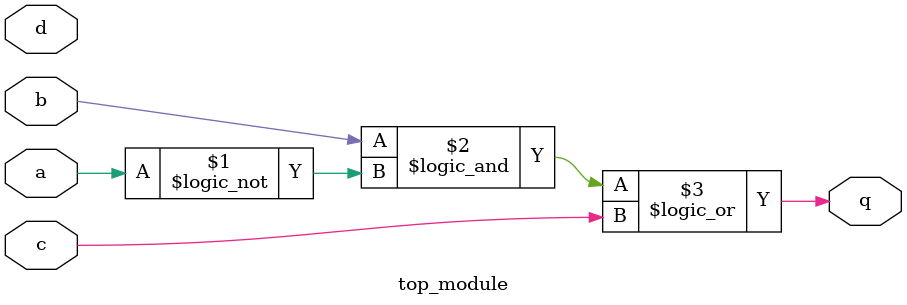
<source format=sv>
module top_module (
    input a, 
    input b, 
    input c, 
    input d,
    output q
);

assign q = (b && !a) || c;

endmodule

</source>
